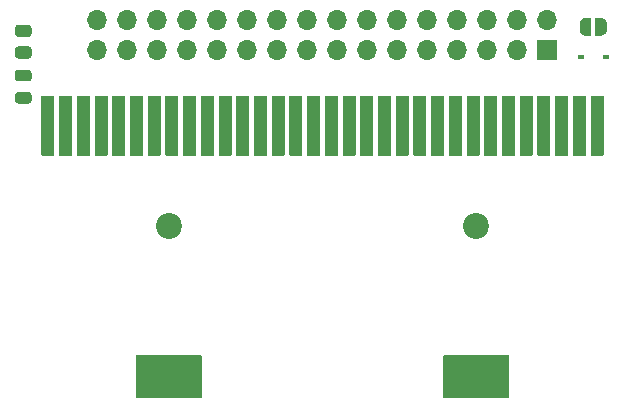
<source format=gts>
%TF.GenerationSoftware,KiCad,Pcbnew,(5.1.10-1-10_14)*%
%TF.CreationDate,2023-08-18T21:43:18+08:00*%
%TF.ProjectId,GB_MemoryBackup_Subboard_A,47425f4d-656d-46f7-9279-4261636b7570,1.1*%
%TF.SameCoordinates,Original*%
%TF.FileFunction,Soldermask,Top*%
%TF.FilePolarity,Negative*%
%FSLAX46Y46*%
G04 Gerber Fmt 4.6, Leading zero omitted, Abs format (unit mm)*
G04 Created by KiCad (PCBNEW (5.1.10-1-10_14)) date 2023-08-18 21:43:18*
%MOMM*%
%LPD*%
G01*
G04 APERTURE LIST*
%ADD10C,0.100000*%
%ADD11R,0.600000X0.450000*%
%ADD12O,1.700000X1.700000*%
%ADD13R,1.700000X1.700000*%
%ADD14C,2.200000*%
G04 APERTURE END LIST*
%TO.C,R1*%
G36*
G01*
X144595001Y-85325000D02*
X143694999Y-85325000D01*
G75*
G02*
X143445000Y-85075001I0J249999D01*
G01*
X143445000Y-84549999D01*
G75*
G02*
X143694999Y-84300000I249999J0D01*
G01*
X144595001Y-84300000D01*
G75*
G02*
X144845000Y-84549999I0J-249999D01*
G01*
X144845000Y-85075001D01*
G75*
G02*
X144595001Y-85325000I-249999J0D01*
G01*
G37*
G36*
G01*
X144595001Y-87150000D02*
X143694999Y-87150000D01*
G75*
G02*
X143445000Y-86900001I0J249999D01*
G01*
X143445000Y-86374999D01*
G75*
G02*
X143694999Y-86125000I249999J0D01*
G01*
X144595001Y-86125000D01*
G75*
G02*
X144845000Y-86374999I0J-249999D01*
G01*
X144845000Y-86900001D01*
G75*
G02*
X144595001Y-87150000I-249999J0D01*
G01*
G37*
%TD*%
%TO.C,LED1*%
G36*
G01*
X144601250Y-89085000D02*
X143688750Y-89085000D01*
G75*
G02*
X143445000Y-88841250I0J243750D01*
G01*
X143445000Y-88353750D01*
G75*
G02*
X143688750Y-88110000I243750J0D01*
G01*
X144601250Y-88110000D01*
G75*
G02*
X144845000Y-88353750I0J-243750D01*
G01*
X144845000Y-88841250D01*
G75*
G02*
X144601250Y-89085000I-243750J0D01*
G01*
G37*
G36*
G01*
X144601250Y-90960000D02*
X143688750Y-90960000D01*
G75*
G02*
X143445000Y-90716250I0J243750D01*
G01*
X143445000Y-90228750D01*
G75*
G02*
X143688750Y-89985000I243750J0D01*
G01*
X144601250Y-89985000D01*
G75*
G02*
X144845000Y-90228750I0J-243750D01*
G01*
X144845000Y-90716250D01*
G75*
G02*
X144601250Y-90960000I-243750J0D01*
G01*
G37*
%TD*%
D10*
%TO.C,JP1*%
G36*
X193055000Y-83705602D02*
G01*
X193079534Y-83705602D01*
X193128365Y-83710412D01*
X193176490Y-83719984D01*
X193223445Y-83734228D01*
X193268778Y-83753005D01*
X193312051Y-83776136D01*
X193352850Y-83803396D01*
X193390779Y-83834524D01*
X193425476Y-83869221D01*
X193456604Y-83907150D01*
X193483864Y-83947949D01*
X193506995Y-83991222D01*
X193525772Y-84036555D01*
X193540016Y-84083510D01*
X193549588Y-84131635D01*
X193554398Y-84180466D01*
X193554398Y-84205000D01*
X193555000Y-84205000D01*
X193555000Y-84705000D01*
X193554398Y-84705000D01*
X193554398Y-84729534D01*
X193549588Y-84778365D01*
X193540016Y-84826490D01*
X193525772Y-84873445D01*
X193506995Y-84918778D01*
X193483864Y-84962051D01*
X193456604Y-85002850D01*
X193425476Y-85040779D01*
X193390779Y-85075476D01*
X193352850Y-85106604D01*
X193312051Y-85133864D01*
X193268778Y-85156995D01*
X193223445Y-85175772D01*
X193176490Y-85190016D01*
X193128365Y-85199588D01*
X193079534Y-85204398D01*
X193055000Y-85204398D01*
X193055000Y-85205000D01*
X192555000Y-85205000D01*
X192555000Y-83705000D01*
X193055000Y-83705000D01*
X193055000Y-83705602D01*
G37*
G36*
X192255000Y-85205000D02*
G01*
X191755000Y-85205000D01*
X191755000Y-85204398D01*
X191730466Y-85204398D01*
X191681635Y-85199588D01*
X191633510Y-85190016D01*
X191586555Y-85175772D01*
X191541222Y-85156995D01*
X191497949Y-85133864D01*
X191457150Y-85106604D01*
X191419221Y-85075476D01*
X191384524Y-85040779D01*
X191353396Y-85002850D01*
X191326136Y-84962051D01*
X191303005Y-84918778D01*
X191284228Y-84873445D01*
X191269984Y-84826490D01*
X191260412Y-84778365D01*
X191255602Y-84729534D01*
X191255602Y-84705000D01*
X191255000Y-84705000D01*
X191255000Y-84205000D01*
X191255602Y-84205000D01*
X191255602Y-84180466D01*
X191260412Y-84131635D01*
X191269984Y-84083510D01*
X191284228Y-84036555D01*
X191303005Y-83991222D01*
X191326136Y-83947949D01*
X191353396Y-83907150D01*
X191384524Y-83869221D01*
X191419221Y-83834524D01*
X191457150Y-83803396D01*
X191497949Y-83776136D01*
X191541222Y-83753005D01*
X191586555Y-83734228D01*
X191633510Y-83719984D01*
X191681635Y-83710412D01*
X191730466Y-83705602D01*
X191755000Y-83705602D01*
X191755000Y-83705000D01*
X192255000Y-83705000D01*
X192255000Y-85205000D01*
G37*
%TD*%
D11*
%TO.C,D1*%
X191355000Y-86995000D03*
X193455000Y-86995000D03*
%TD*%
D12*
%TO.C,J1*%
X150430000Y-83890000D03*
X150430000Y-86430000D03*
X152970000Y-83890000D03*
X152970000Y-86430000D03*
X155510000Y-83890000D03*
X155510000Y-86430000D03*
X158050000Y-83890000D03*
X158050000Y-86430000D03*
X160590000Y-83890000D03*
X160590000Y-86430000D03*
X163130000Y-83890000D03*
X163130000Y-86430000D03*
X165670000Y-83890000D03*
X165670000Y-86430000D03*
X168210000Y-83890000D03*
X168210000Y-86430000D03*
X170750000Y-83890000D03*
X170750000Y-86430000D03*
X173290000Y-83890000D03*
X173290000Y-86430000D03*
X175830000Y-83890000D03*
X175830000Y-86430000D03*
X178370000Y-83890000D03*
X178370000Y-86430000D03*
X180910000Y-83890000D03*
X180910000Y-86430000D03*
X183450000Y-83890000D03*
X183450000Y-86430000D03*
X185990000Y-83890000D03*
X185990000Y-86430000D03*
X188530000Y-83890000D03*
D13*
X188530000Y-86430000D03*
%TD*%
%TO.C,J2*%
G36*
G01*
X159280800Y-112340000D02*
X159280800Y-115840000D01*
G75*
G02*
X159230000Y-115890800I-50800J0D01*
G01*
X153730000Y-115890800D01*
G75*
G02*
X153679200Y-115840000I0J50800D01*
G01*
X153679200Y-112340000D01*
G75*
G02*
X153730000Y-112289200I50800J0D01*
G01*
X159230000Y-112289200D01*
G75*
G02*
X159280800Y-112340000I0J-50800D01*
G01*
G37*
G36*
G01*
X185280800Y-112340000D02*
X185280800Y-115840000D01*
G75*
G02*
X185230000Y-115890800I-50800J0D01*
G01*
X179730000Y-115890800D01*
G75*
G02*
X179679200Y-115840000I0J50800D01*
G01*
X179679200Y-112340000D01*
G75*
G02*
X179730000Y-112289200I50800J0D01*
G01*
X185230000Y-112289200D01*
G75*
G02*
X185280800Y-112340000I0J-50800D01*
G01*
G37*
G36*
G01*
X146730000Y-95390800D02*
X145730000Y-95390800D01*
G75*
G02*
X145679200Y-95340000I0J50800D01*
G01*
X145679200Y-90340000D01*
G75*
G02*
X145730000Y-90289200I50800J0D01*
G01*
X146730000Y-90289200D01*
G75*
G02*
X146780800Y-90340000I0J-50800D01*
G01*
X146780800Y-95340000D01*
G75*
G02*
X146730000Y-95390800I-50800J0D01*
G01*
G37*
G36*
G01*
X148230000Y-95390800D02*
X147230000Y-95390800D01*
G75*
G02*
X147179200Y-95340000I0J50800D01*
G01*
X147179200Y-90340000D01*
G75*
G02*
X147230000Y-90289200I50800J0D01*
G01*
X148230000Y-90289200D01*
G75*
G02*
X148280800Y-90340000I0J-50800D01*
G01*
X148280800Y-95340000D01*
G75*
G02*
X148230000Y-95390800I-50800J0D01*
G01*
G37*
G36*
G01*
X149730000Y-95390800D02*
X148730000Y-95390800D01*
G75*
G02*
X148679200Y-95340000I0J50800D01*
G01*
X148679200Y-90340000D01*
G75*
G02*
X148730000Y-90289200I50800J0D01*
G01*
X149730000Y-90289200D01*
G75*
G02*
X149780800Y-90340000I0J-50800D01*
G01*
X149780800Y-95340000D01*
G75*
G02*
X149730000Y-95390800I-50800J0D01*
G01*
G37*
G36*
G01*
X151230000Y-95390800D02*
X150230000Y-95390800D01*
G75*
G02*
X150179200Y-95340000I0J50800D01*
G01*
X150179200Y-90340000D01*
G75*
G02*
X150230000Y-90289200I50800J0D01*
G01*
X151230000Y-90289200D01*
G75*
G02*
X151280800Y-90340000I0J-50800D01*
G01*
X151280800Y-95340000D01*
G75*
G02*
X151230000Y-95390800I-50800J0D01*
G01*
G37*
G36*
G01*
X152730000Y-95390800D02*
X151730000Y-95390800D01*
G75*
G02*
X151679200Y-95340000I0J50800D01*
G01*
X151679200Y-90340000D01*
G75*
G02*
X151730000Y-90289200I50800J0D01*
G01*
X152730000Y-90289200D01*
G75*
G02*
X152780800Y-90340000I0J-50800D01*
G01*
X152780800Y-95340000D01*
G75*
G02*
X152730000Y-95390800I-50800J0D01*
G01*
G37*
G36*
G01*
X154230000Y-95390800D02*
X153230000Y-95390800D01*
G75*
G02*
X153179200Y-95340000I0J50800D01*
G01*
X153179200Y-90340000D01*
G75*
G02*
X153230000Y-90289200I50800J0D01*
G01*
X154230000Y-90289200D01*
G75*
G02*
X154280800Y-90340000I0J-50800D01*
G01*
X154280800Y-95340000D01*
G75*
G02*
X154230000Y-95390800I-50800J0D01*
G01*
G37*
G36*
G01*
X155730000Y-95390800D02*
X154730000Y-95390800D01*
G75*
G02*
X154679200Y-95340000I0J50800D01*
G01*
X154679200Y-90340000D01*
G75*
G02*
X154730000Y-90289200I50800J0D01*
G01*
X155730000Y-90289200D01*
G75*
G02*
X155780800Y-90340000I0J-50800D01*
G01*
X155780800Y-95340000D01*
G75*
G02*
X155730000Y-95390800I-50800J0D01*
G01*
G37*
G36*
G01*
X157230000Y-95390800D02*
X156230000Y-95390800D01*
G75*
G02*
X156179200Y-95340000I0J50800D01*
G01*
X156179200Y-90340000D01*
G75*
G02*
X156230000Y-90289200I50800J0D01*
G01*
X157230000Y-90289200D01*
G75*
G02*
X157280800Y-90340000I0J-50800D01*
G01*
X157280800Y-95340000D01*
G75*
G02*
X157230000Y-95390800I-50800J0D01*
G01*
G37*
G36*
G01*
X158730000Y-95390800D02*
X157730000Y-95390800D01*
G75*
G02*
X157679200Y-95340000I0J50800D01*
G01*
X157679200Y-90340000D01*
G75*
G02*
X157730000Y-90289200I50800J0D01*
G01*
X158730000Y-90289200D01*
G75*
G02*
X158780800Y-90340000I0J-50800D01*
G01*
X158780800Y-95340000D01*
G75*
G02*
X158730000Y-95390800I-50800J0D01*
G01*
G37*
G36*
G01*
X160230000Y-95390800D02*
X159230000Y-95390800D01*
G75*
G02*
X159179200Y-95340000I0J50800D01*
G01*
X159179200Y-90340000D01*
G75*
G02*
X159230000Y-90289200I50800J0D01*
G01*
X160230000Y-90289200D01*
G75*
G02*
X160280800Y-90340000I0J-50800D01*
G01*
X160280800Y-95340000D01*
G75*
G02*
X160230000Y-95390800I-50800J0D01*
G01*
G37*
G36*
G01*
X161730000Y-95390800D02*
X160730000Y-95390800D01*
G75*
G02*
X160679200Y-95340000I0J50800D01*
G01*
X160679200Y-90340000D01*
G75*
G02*
X160730000Y-90289200I50800J0D01*
G01*
X161730000Y-90289200D01*
G75*
G02*
X161780800Y-90340000I0J-50800D01*
G01*
X161780800Y-95340000D01*
G75*
G02*
X161730000Y-95390800I-50800J0D01*
G01*
G37*
G36*
G01*
X163230000Y-95390800D02*
X162230000Y-95390800D01*
G75*
G02*
X162179200Y-95340000I0J50800D01*
G01*
X162179200Y-90340000D01*
G75*
G02*
X162230000Y-90289200I50800J0D01*
G01*
X163230000Y-90289200D01*
G75*
G02*
X163280800Y-90340000I0J-50800D01*
G01*
X163280800Y-95340000D01*
G75*
G02*
X163230000Y-95390800I-50800J0D01*
G01*
G37*
G36*
G01*
X164730000Y-95390800D02*
X163730000Y-95390800D01*
G75*
G02*
X163679200Y-95340000I0J50800D01*
G01*
X163679200Y-90340000D01*
G75*
G02*
X163730000Y-90289200I50800J0D01*
G01*
X164730000Y-90289200D01*
G75*
G02*
X164780800Y-90340000I0J-50800D01*
G01*
X164780800Y-95340000D01*
G75*
G02*
X164730000Y-95390800I-50800J0D01*
G01*
G37*
G36*
G01*
X166230000Y-95390800D02*
X165230000Y-95390800D01*
G75*
G02*
X165179200Y-95340000I0J50800D01*
G01*
X165179200Y-90340000D01*
G75*
G02*
X165230000Y-90289200I50800J0D01*
G01*
X166230000Y-90289200D01*
G75*
G02*
X166280800Y-90340000I0J-50800D01*
G01*
X166280800Y-95340000D01*
G75*
G02*
X166230000Y-95390800I-50800J0D01*
G01*
G37*
G36*
G01*
X167730000Y-95390800D02*
X166730000Y-95390800D01*
G75*
G02*
X166679200Y-95340000I0J50800D01*
G01*
X166679200Y-90340000D01*
G75*
G02*
X166730000Y-90289200I50800J0D01*
G01*
X167730000Y-90289200D01*
G75*
G02*
X167780800Y-90340000I0J-50800D01*
G01*
X167780800Y-95340000D01*
G75*
G02*
X167730000Y-95390800I-50800J0D01*
G01*
G37*
G36*
G01*
X169230000Y-95390800D02*
X168230000Y-95390800D01*
G75*
G02*
X168179200Y-95340000I0J50800D01*
G01*
X168179200Y-90340000D01*
G75*
G02*
X168230000Y-90289200I50800J0D01*
G01*
X169230000Y-90289200D01*
G75*
G02*
X169280800Y-90340000I0J-50800D01*
G01*
X169280800Y-95340000D01*
G75*
G02*
X169230000Y-95390800I-50800J0D01*
G01*
G37*
G36*
G01*
X170730000Y-95390800D02*
X169730000Y-95390800D01*
G75*
G02*
X169679200Y-95340000I0J50800D01*
G01*
X169679200Y-90340000D01*
G75*
G02*
X169730000Y-90289200I50800J0D01*
G01*
X170730000Y-90289200D01*
G75*
G02*
X170780800Y-90340000I0J-50800D01*
G01*
X170780800Y-95340000D01*
G75*
G02*
X170730000Y-95390800I-50800J0D01*
G01*
G37*
G36*
G01*
X172230000Y-95390800D02*
X171230000Y-95390800D01*
G75*
G02*
X171179200Y-95340000I0J50800D01*
G01*
X171179200Y-90340000D01*
G75*
G02*
X171230000Y-90289200I50800J0D01*
G01*
X172230000Y-90289200D01*
G75*
G02*
X172280800Y-90340000I0J-50800D01*
G01*
X172280800Y-95340000D01*
G75*
G02*
X172230000Y-95390800I-50800J0D01*
G01*
G37*
G36*
G01*
X173730000Y-95390800D02*
X172730000Y-95390800D01*
G75*
G02*
X172679200Y-95340000I0J50800D01*
G01*
X172679200Y-90340000D01*
G75*
G02*
X172730000Y-90289200I50800J0D01*
G01*
X173730000Y-90289200D01*
G75*
G02*
X173780800Y-90340000I0J-50800D01*
G01*
X173780800Y-95340000D01*
G75*
G02*
X173730000Y-95390800I-50800J0D01*
G01*
G37*
G36*
G01*
X175230000Y-95390800D02*
X174230000Y-95390800D01*
G75*
G02*
X174179200Y-95340000I0J50800D01*
G01*
X174179200Y-90340000D01*
G75*
G02*
X174230000Y-90289200I50800J0D01*
G01*
X175230000Y-90289200D01*
G75*
G02*
X175280800Y-90340000I0J-50800D01*
G01*
X175280800Y-95340000D01*
G75*
G02*
X175230000Y-95390800I-50800J0D01*
G01*
G37*
G36*
G01*
X176730000Y-95390800D02*
X175730000Y-95390800D01*
G75*
G02*
X175679200Y-95340000I0J50800D01*
G01*
X175679200Y-90340000D01*
G75*
G02*
X175730000Y-90289200I50800J0D01*
G01*
X176730000Y-90289200D01*
G75*
G02*
X176780800Y-90340000I0J-50800D01*
G01*
X176780800Y-95340000D01*
G75*
G02*
X176730000Y-95390800I-50800J0D01*
G01*
G37*
G36*
G01*
X178230000Y-95390800D02*
X177230000Y-95390800D01*
G75*
G02*
X177179200Y-95340000I0J50800D01*
G01*
X177179200Y-90340000D01*
G75*
G02*
X177230000Y-90289200I50800J0D01*
G01*
X178230000Y-90289200D01*
G75*
G02*
X178280800Y-90340000I0J-50800D01*
G01*
X178280800Y-95340000D01*
G75*
G02*
X178230000Y-95390800I-50800J0D01*
G01*
G37*
G36*
G01*
X179730000Y-95390800D02*
X178730000Y-95390800D01*
G75*
G02*
X178679200Y-95340000I0J50800D01*
G01*
X178679200Y-90340000D01*
G75*
G02*
X178730000Y-90289200I50800J0D01*
G01*
X179730000Y-90289200D01*
G75*
G02*
X179780800Y-90340000I0J-50800D01*
G01*
X179780800Y-95340000D01*
G75*
G02*
X179730000Y-95390800I-50800J0D01*
G01*
G37*
G36*
G01*
X181230000Y-95390800D02*
X180230000Y-95390800D01*
G75*
G02*
X180179200Y-95340000I0J50800D01*
G01*
X180179200Y-90340000D01*
G75*
G02*
X180230000Y-90289200I50800J0D01*
G01*
X181230000Y-90289200D01*
G75*
G02*
X181280800Y-90340000I0J-50800D01*
G01*
X181280800Y-95340000D01*
G75*
G02*
X181230000Y-95390800I-50800J0D01*
G01*
G37*
G36*
G01*
X182730000Y-95390800D02*
X181730000Y-95390800D01*
G75*
G02*
X181679200Y-95340000I0J50800D01*
G01*
X181679200Y-90340000D01*
G75*
G02*
X181730000Y-90289200I50800J0D01*
G01*
X182730000Y-90289200D01*
G75*
G02*
X182780800Y-90340000I0J-50800D01*
G01*
X182780800Y-95340000D01*
G75*
G02*
X182730000Y-95390800I-50800J0D01*
G01*
G37*
G36*
G01*
X184230000Y-95390800D02*
X183230000Y-95390800D01*
G75*
G02*
X183179200Y-95340000I0J50800D01*
G01*
X183179200Y-90340000D01*
G75*
G02*
X183230000Y-90289200I50800J0D01*
G01*
X184230000Y-90289200D01*
G75*
G02*
X184280800Y-90340000I0J-50800D01*
G01*
X184280800Y-95340000D01*
G75*
G02*
X184230000Y-95390800I-50800J0D01*
G01*
G37*
G36*
G01*
X185730000Y-95390800D02*
X184730000Y-95390800D01*
G75*
G02*
X184679200Y-95340000I0J50800D01*
G01*
X184679200Y-90340000D01*
G75*
G02*
X184730000Y-90289200I50800J0D01*
G01*
X185730000Y-90289200D01*
G75*
G02*
X185780800Y-90340000I0J-50800D01*
G01*
X185780800Y-95340000D01*
G75*
G02*
X185730000Y-95390800I-50800J0D01*
G01*
G37*
G36*
G01*
X187230000Y-95390800D02*
X186230000Y-95390800D01*
G75*
G02*
X186179200Y-95340000I0J50800D01*
G01*
X186179200Y-90340000D01*
G75*
G02*
X186230000Y-90289200I50800J0D01*
G01*
X187230000Y-90289200D01*
G75*
G02*
X187280800Y-90340000I0J-50800D01*
G01*
X187280800Y-95340000D01*
G75*
G02*
X187230000Y-95390800I-50800J0D01*
G01*
G37*
G36*
G01*
X188730000Y-95390800D02*
X187730000Y-95390800D01*
G75*
G02*
X187679200Y-95340000I0J50800D01*
G01*
X187679200Y-90340000D01*
G75*
G02*
X187730000Y-90289200I50800J0D01*
G01*
X188730000Y-90289200D01*
G75*
G02*
X188780800Y-90340000I0J-50800D01*
G01*
X188780800Y-95340000D01*
G75*
G02*
X188730000Y-95390800I-50800J0D01*
G01*
G37*
G36*
G01*
X190230000Y-95390800D02*
X189230000Y-95390800D01*
G75*
G02*
X189179200Y-95340000I0J50800D01*
G01*
X189179200Y-90340000D01*
G75*
G02*
X189230000Y-90289200I50800J0D01*
G01*
X190230000Y-90289200D01*
G75*
G02*
X190280800Y-90340000I0J-50800D01*
G01*
X190280800Y-95340000D01*
G75*
G02*
X190230000Y-95390800I-50800J0D01*
G01*
G37*
G36*
G01*
X191730000Y-95390800D02*
X190730000Y-95390800D01*
G75*
G02*
X190679200Y-95340000I0J50800D01*
G01*
X190679200Y-90340000D01*
G75*
G02*
X190730000Y-90289200I50800J0D01*
G01*
X191730000Y-90289200D01*
G75*
G02*
X191780800Y-90340000I0J-50800D01*
G01*
X191780800Y-95340000D01*
G75*
G02*
X191730000Y-95390800I-50800J0D01*
G01*
G37*
G36*
G01*
X193230000Y-95390800D02*
X192230000Y-95390800D01*
G75*
G02*
X192179200Y-95340000I0J50800D01*
G01*
X192179200Y-90340000D01*
G75*
G02*
X192230000Y-90289200I50800J0D01*
G01*
X193230000Y-90289200D01*
G75*
G02*
X193280800Y-90340000I0J-50800D01*
G01*
X193280800Y-95340000D01*
G75*
G02*
X193230000Y-95390800I-50800J0D01*
G01*
G37*
D14*
X182480000Y-101340000D03*
X156480000Y-101340000D03*
%TD*%
M02*

</source>
